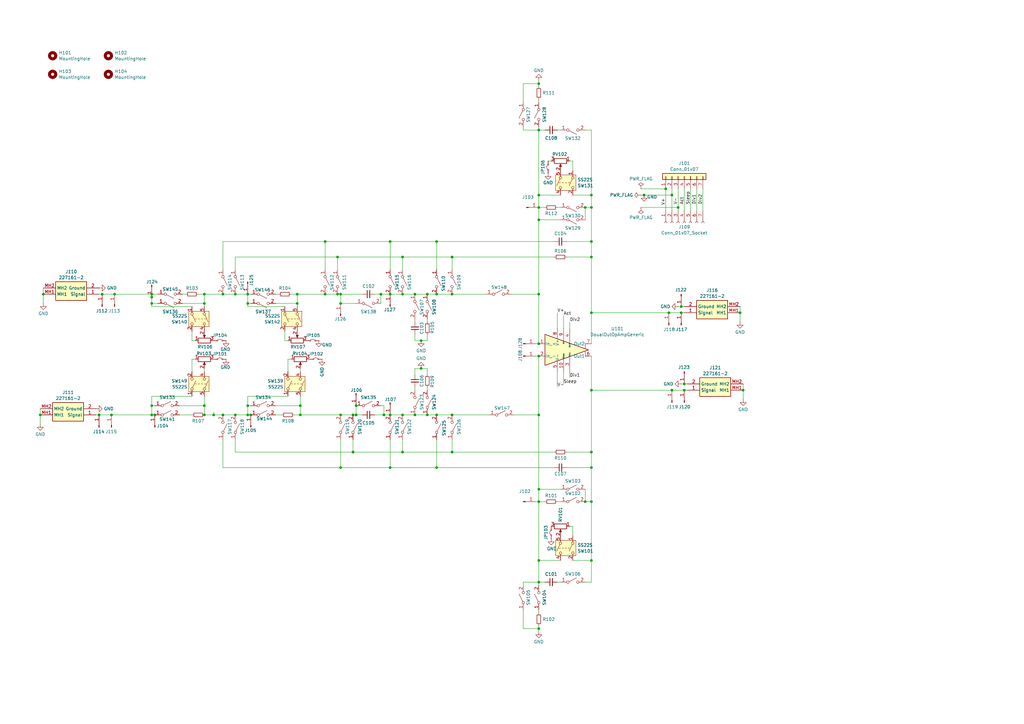
<source format=kicad_sch>
(kicad_sch (version 20231120) (generator "eeschema") (generator_version "8.0")
  (paper "A3")
  (junction (at 220.98 229.87))
  (junction (at 102.87 170.18))
  (junction (at 160.02 99.06))
  (junction (at 279.4 125.73))
  (junction (at 220.98 146.05))
  (junction (at 179.07 120.65))
  (junction (at 45.72 170.18))
  (junction (at 220.98 257.81))
  (junction (at 146.05 170.18))
  (junction (at 242.57 160.02))
  (junction (at 101.6 120.65))
  (junction (at 62.23 120.65))
  (junction (at 280.67 160.02))
  (junction (at 220.98 238.76))
  (junction (at 170.18 170.18))
  (junction (at 220.98 85.09))
  (junction (at 220.98 80.01))
  (junction (at 175.26 170.18))
  (junction (at 160.02 120.65))
  (junction (at 156.21 120.65))
  (junction (at 170.18 120.65))
  (junction (at 185.42 170.18))
  (junction (at 133.35 120.65))
  (junction (at 242.57 85.09))
  (junction (at 133.35 99.06))
  (junction (at 264.16 80.01))
  (junction (at 240.03 85.09))
  (junction (at 279.4 128.27))
  (junction (at 185.42 120.65))
  (junction (at 96.52 120.65))
  (junction (at 280.67 157.48))
  (junction (at 242.57 185.42))
  (junction (at 165.1 105.41))
  (junction (at 146.05 166.37))
  (junction (at 101.6 170.18))
  (junction (at 123.19 166.37))
  (junction (at 139.7 124.46))
  (junction (at 101.6 124.46))
  (junction (at 172.72 151.13))
  (junction (at 220.98 53.34))
  (junction (at 83.82 124.46))
  (junction (at 273.05 77.47))
  (junction (at 278.13 85.09))
  (junction (at 139.7 170.18))
  (junction (at 275.59 80.01))
  (junction (at 138.43 120.65))
  (junction (at 16.51 170.18))
  (junction (at 220.98 170.18))
  (junction (at 139.7 191.77))
  (junction (at 275.59 160.02))
  (junction (at 220.98 120.65))
  (junction (at 185.42 185.42))
  (junction (at 62.23 124.46))
  (junction (at 242.57 205.74))
  (junction (at 160.02 191.77))
  (junction (at 41.91 120.65))
  (junction (at 179.07 170.18))
  (junction (at 40.64 170.18))
  (junction (at 139.7 120.65))
  (junction (at 304.8 160.02))
  (junction (at 83.82 166.37))
  (junction (at 242.57 128.27))
  (junction (at 87.63 170.18))
  (junction (at 220.98 140.97))
  (junction (at 17.78 120.65))
  (junction (at 138.43 105.41))
  (junction (at 175.26 120.65))
  (junction (at 274.32 128.27))
  (junction (at 220.98 34.29))
  (junction (at 63.5 170.18))
  (junction (at 165.1 170.18))
  (junction (at 144.78 185.42))
  (junction (at 96.52 170.18))
  (junction (at 242.57 229.87))
  (junction (at 165.1 185.42))
  (junction (at 101.6 166.37))
  (junction (at 62.23 166.37))
  (junction (at 144.78 170.18))
  (junction (at 83.82 120.65))
  (junction (at 240.03 205.74))
  (junction (at 172.72 139.7))
  (junction (at 242.57 80.01))
  (junction (at 121.92 124.46))
  (junction (at 91.44 170.18))
  (junction (at 179.07 191.77))
  (junction (at 220.98 90.17))
  (junction (at 160.02 170.18))
  (junction (at 179.07 99.06))
  (junction (at 185.42 105.41))
  (junction (at 165.1 120.65))
  (junction (at 62.23 170.18))
  (junction (at 123.19 170.18))
  (junction (at 303.53 128.27))
  (junction (at 62.23 121.92))
  (junction (at 242.57 105.41))
  (junction (at 220.98 200.66))
  (junction (at 91.44 120.65))
  (junction (at 220.98 205.74))
  (junction (at 242.57 99.06))
  (junction (at 157.48 170.18))
  (junction (at 46.99 120.65))
  (junction (at 242.57 191.77))
  (junction (at 121.92 120.65))
  (junction (at 83.82 170.18))
  (wire (pts (xy 214.63 240.03) (xy 214.63 238.76)))
  (wire (pts (xy 165.1 105.41) (xy 185.42 105.41)))
  (wire (pts (xy 228.6 128.27) (xy 228.6 134.62)))
  (wire (pts (xy 146.05 166.37) (xy 146.05 170.18)))
  (wire (pts (xy 233.68 152.4) (xy 233.68 154.94)))
  (wire (pts (xy 91.44 120.65) (xy 96.52 120.65)))
  (wire (pts (xy 121.92 120.65) (xy 133.35 120.65)))
  (wire (pts (xy 242.57 85.09) (xy 242.57 99.06)))
  (wire (pts (xy 121.92 120.65) (xy 121.92 124.46)))
  (wire (pts (xy 232.41 99.06) (xy 242.57 99.06)))
  (wire (pts (xy 214.63 34.29) (xy 220.98 34.29)))
  (wire (pts (xy 78.74 162.56) (xy 62.23 162.56)))
  (wire (pts (xy 240.03 53.34) (xy 242.57 53.34)))
  (wire (pts (xy 113.03 124.46) (xy 121.92 124.46)))
  (wire (pts (xy 224.79 66.04) (xy 226.06 66.04)))
  (wire (pts (xy 220.98 205.74) (xy 220.98 229.87)))
  (wire (pts (xy 279.4 128.27) (xy 274.32 128.27)))
  (wire (pts (xy 220.98 53.34) (xy 220.98 80.01)))
  (wire (pts (xy 278.13 85.09) (xy 278.13 86.36)))
  (wire (pts (xy 280.67 128.27) (xy 279.4 128.27)))
  (wire (pts (xy 146.05 170.18) (xy 148.59 170.18)))
  (wire (pts (xy 73.66 166.37) (xy 83.82 166.37)))
  (wire (pts (xy 144.78 180.34) (xy 144.78 185.42)))
  (wire (pts (xy 228.6 205.74) (xy 229.87 205.74)))
  (wire (pts (xy 231.14 152.4) (xy 231.14 157.48)))
  (wire (pts (xy 220.98 200.66) (xy 220.98 205.74)))
  (wire (pts (xy 219.71 146.05) (xy 220.98 146.05)))
  (wire (pts (xy 74.93 120.65) (xy 76.2 120.65)))
  (wire (pts (xy 91.44 110.49) (xy 91.44 99.06)))
  (wire (pts (xy 273.05 77.47) (xy 273.05 86.36)))
  (wire (pts (xy 78.74 152.4) (xy 78.74 147.32)))
  (wire (pts (xy 165.1 170.18) (xy 170.18 170.18)))
  (wire (pts (xy 170.18 170.18) (xy 175.26 170.18)))
  (wire (pts (xy 156.21 166.37) (xy 157.48 166.37)))
  (wire (pts (xy 242.57 160.02) (xy 275.59 160.02)))
  (wire (pts (xy 101.6 162.56) (xy 101.6 166.37)))
  (wire (pts (xy 123.19 170.18) (xy 120.65 170.18)))
  (wire (pts (xy 234.95 80.01) (xy 242.57 80.01)))
  (wire (pts (xy 116.84 125.73) (xy 101.6 125.73)))
  (wire (pts (xy 234.95 66.04) (xy 233.68 66.04)))
  (wire (pts (xy 219.71 205.74) (xy 220.98 205.74)))
  (wire (pts (xy 283.21 77.47) (xy 283.21 86.36)))
  (wire (pts (xy 175.26 137.16) (xy 175.26 139.7)))
  (wire (pts (xy 175.26 153.67) (xy 175.26 151.13)))
  (wire (pts (xy 214.63 41.91) (xy 214.63 34.29)))
  (wire (pts (xy 160.02 120.65) (xy 165.1 120.65)))
  (wire (pts (xy 165.1 120.65) (xy 170.18 120.65)))
  (wire (pts (xy 303.53 128.27) (xy 303.53 132.08)))
  (wire (pts (xy 220.98 34.29) (xy 220.98 33.02)))
  (wire (pts (xy 96.52 185.42) (xy 144.78 185.42)))
  (wire (pts (xy 170.18 139.7) (xy 172.72 139.7)))
  (wire (pts (xy 78.74 147.32) (xy 80.01 147.32)))
  (wire (pts (xy 139.7 180.34) (xy 139.7 191.77)))
  (wire (pts (xy 179.07 191.77) (xy 227.33 191.77)))
  (wire (pts (xy 64.77 124.46) (xy 62.23 124.46)))
  (wire (pts (xy 179.07 99.06) (xy 227.33 99.06)))
  (wire (pts (xy 231.14 129.54) (xy 231.14 134.62)))
  (wire (pts (xy 83.82 120.65) (xy 91.44 120.65)))
  (wire (pts (xy 156.21 120.65) (xy 156.21 124.46)))
  (wire (pts (xy 220.98 53.34) (xy 220.98 52.07)))
  (wire (pts (xy 185.42 105.41) (xy 227.33 105.41)))
  (wire (pts (xy 87.63 168.91) (xy 87.63 170.18)))
  (wire (pts (xy 220.98 200.66) (xy 220.98 170.18)))
  (wire (pts (xy 80.01 139.7) (xy 78.74 139.7)))
  (wire (pts (xy 175.26 151.13) (xy 172.72 151.13)))
  (wire (pts (xy 220.98 90.17) (xy 229.87 90.17)))
  (wire (pts (xy 220.98 229.87) (xy 229.87 229.87)))
  (wire (pts (xy 83.82 162.56) (xy 83.82 166.37)))
  (wire (pts (xy 275.59 77.47) (xy 275.59 80.01)))
  (wire (pts (xy 83.82 170.18) (xy 87.63 170.18)))
  (wire (pts (xy 242.57 85.09) (xy 240.03 85.09)))
  (wire (pts (xy 220.98 85.09) (xy 223.52 85.09)))
  (wire (pts (xy 242.57 105.41) (xy 232.41 105.41)))
  (wire (pts (xy 242.57 53.34) (xy 242.57 80.01)))
  (wire (pts (xy 242.57 128.27) (xy 242.57 105.41)))
  (wire (pts (xy 138.43 110.49) (xy 138.43 105.41)))
  (wire (pts (xy 63.5 166.37) (xy 62.23 166.37)))
  (wire (pts (xy 278.13 77.47) (xy 278.13 85.09)))
  (wire (pts (xy 278.13 125.73) (xy 279.4 125.73)))
  (wire (pts (xy 101.6 124.46) (xy 101.6 120.65)))
  (wire (pts (xy 62.23 120.65) (xy 64.77 120.65)))
  (wire (pts (xy 101.6 120.65) (xy 102.87 120.65)))
  (wire (pts (xy 240.03 90.17) (xy 240.03 85.09)))
  (wire (pts (xy 220.98 90.17) (xy 220.98 85.09)))
  (wire (pts (xy 228.6 53.34) (xy 229.87 53.34)))
  (wire (pts (xy 102.87 166.37) (xy 101.6 166.37)))
  (wire (pts (xy 242.57 99.06) (xy 242.57 105.41)))
  (wire (pts (xy 220.98 229.87) (xy 220.98 238.76)))
  (wire (pts (xy 118.11 162.56) (xy 101.6 162.56)))
  (wire (pts (xy 62.23 124.46) (xy 62.23 121.92)))
  (wire (pts (xy 74.93 124.46) (xy 83.82 124.46)))
  (wire (pts (xy 175.26 120.65) (xy 179.07 120.65)))
  (wire (pts (xy 123.19 151.13) (xy 123.19 152.4)))
  (wire (pts (xy 279.4 125.73) (xy 280.67 125.73)))
  (wire (pts (xy 133.35 99.06) (xy 160.02 99.06)))
  (wire (pts (xy 228.6 238.76) (xy 229.87 238.76)))
  (wire (pts (xy 220.98 256.54) (xy 220.98 257.81)))
  (wire (pts (xy 101.6 125.73) (xy 101.6 124.46)))
  (wire (pts (xy 113.03 166.37) (xy 123.19 166.37)))
  (wire (pts (xy 220.98 257.81) (xy 220.98 259.08)))
  (wire (pts (xy 220.98 41.91) (xy 220.98 40.64)))
  (wire (pts (xy 153.67 120.65) (xy 156.21 120.65)))
  (wire (pts (xy 46.99 120.65) (xy 62.23 120.65)))
  (wire (pts (xy 165.1 185.42) (xy 165.1 180.34)))
  (wire (pts (xy 62.23 162.56) (xy 62.23 166.37)))
  (wire (pts (xy 262.89 77.47) (xy 273.05 77.47)))
  (wire (pts (xy 102.87 124.46) (xy 101.6 124.46)))
  (wire (pts (xy 234.95 229.87) (xy 242.57 229.87)))
  (wire (pts (xy 62.23 121.92) (xy 62.23 120.65)))
  (wire (pts (xy 41.91 120.65) (xy 46.99 120.65)))
  (wire (pts (xy 185.42 185.42) (xy 227.33 185.42)))
  (wire (pts (xy 220.98 205.74) (xy 223.52 205.74)))
  (wire (pts (xy 153.67 170.18) (xy 157.48 170.18)))
  (wire (pts (xy 170.18 130.81) (xy 170.18 132.08)))
  (wire (pts (xy 242.57 128.27) (xy 274.32 128.27)))
  (wire (pts (xy 170.18 153.67) (xy 170.18 151.13)))
  (wire (pts (xy 91.44 170.18) (xy 96.52 170.18)))
  (wire (pts (xy 157.48 170.18) (xy 157.48 166.37)))
  (wire (pts (xy 304.8 160.02) (xy 304.8 163.83)))
  (wire (pts (xy 232.41 191.77) (xy 242.57 191.77)))
  (wire (pts (xy 242.57 160.02) (xy 242.57 185.42)))
  (wire (pts (xy 123.19 170.18) (xy 139.7 170.18)))
  (wire (pts (xy 170.18 151.13) (xy 172.72 151.13)))
  (wire (pts (xy 242.57 191.77) (xy 242.57 185.42)))
  (wire (pts (xy 170.18 137.16) (xy 170.18 139.7)))
  (wire (pts (xy 275.59 80.01) (xy 275.59 86.36)))
  (wire (pts (xy 45.72 170.18) (xy 62.23 170.18)))
  (wire (pts (xy 220.98 53.34) (xy 223.52 53.34)))
  (wire (pts (xy 170.18 120.65) (xy 175.26 120.65)))
  (wire (pts (xy 83.82 120.65) (xy 83.82 124.46)))
  (wire (pts (xy 139.7 170.18) (xy 144.78 170.18)))
  (wire (pts (xy 91.44 191.77) (xy 139.7 191.77)))
  (wire (pts (xy 144.78 170.18) (xy 146.05 170.18)))
  (wire (pts (xy 96.52 110.49) (xy 96.52 105.41)))
  (wire (pts (xy 175.26 139.7) (xy 172.72 139.7)))
  (wire (pts (xy 160.02 170.18) (xy 157.48 170.18)))
  (wire (pts (xy 139.7 124.46) (xy 146.05 124.46)))
  (wire (pts (xy 73.66 170.18) (xy 78.74 170.18)))
  (wire (pts (xy 242.57 140.97) (xy 242.57 128.27)))
  (wire (pts (xy 175.26 130.81) (xy 175.26 132.08)))
  (wire (pts (xy 17.78 118.11) (xy 17.78 120.65)))
  (wire (pts (xy 16.51 170.18) (xy 16.51 173.99)))
  (wire (pts (xy 280.67 157.48) (xy 281.94 157.48)))
  (wire (pts (xy 242.57 229.87) (xy 242.57 205.74)))
  (wire (pts (xy 288.29 77.47) (xy 288.29 86.36)))
  (wire (pts (xy 240.03 238.76) (xy 242.57 238.76)))
  (wire (pts (xy 17.78 120.65) (xy 17.78 124.46)))
  (wire (pts (xy 262.89 80.01) (xy 264.16 80.01)))
  (wire (pts (xy 281.94 160.02) (xy 280.67 160.02)))
  (wire (pts (xy 62.23 166.37) (xy 62.23 170.18)))
  (wire (pts (xy 264.16 80.01) (xy 275.59 80.01)))
  (wire (pts (xy 62.23 125.73) (xy 62.23 124.46)))
  (wire (pts (xy 40.64 120.65) (xy 41.91 120.65)))
  (wire (pts (xy 179.07 120.65) (xy 185.42 120.65)))
  (wire (pts (xy 175.26 170.18) (xy 179.07 170.18)))
  (wire (pts (xy 185.42 105.41) (xy 185.42 110.49)))
  (wire (pts (xy 220.98 200.66) (xy 229.87 200.66)))
  (wire (pts (xy 81.28 120.65) (xy 83.82 120.65)))
  (wire (pts (xy 209.55 120.65) (xy 220.98 120.65)))
  (wire (pts (xy 96.52 170.18) (xy 101.6 170.18)))
  (wire (pts (xy 228.6 85.09) (xy 229.87 85.09)))
  (wire (pts (xy 220.98 238.76) (xy 220.98 240.03)))
  (wire (pts (xy 96.52 105.41) (xy 138.43 105.41)))
  (wire (pts (xy 220.98 80.01) (xy 220.98 85.09)))
  (wire (pts (xy 160.02 170.18) (xy 165.1 170.18)))
  (wire (pts (xy 62.23 170.18) (xy 63.5 170.18)))
  (wire (pts (xy 234.95 215.9) (xy 233.68 215.9)))
  (wire (pts (xy 242.57 238.76) (xy 242.57 229.87)))
  (wire (pts (xy 78.74 125.73) (xy 62.23 125.73)))
  (wire (pts (xy 96.52 180.34) (xy 96.52 185.42)))
  (wire (pts (xy 160.02 99.06) (xy 160.02 110.49)))
  (wire (pts (xy 185.42 120.65) (xy 199.39 120.65)))
  (wire (pts (xy 234.95 69.85) (xy 234.95 66.04)))
  (wire (pts (xy 118.11 147.32) (xy 119.38 147.32)))
  (wire (pts (xy 242.57 146.05) (xy 242.57 160.02)))
  (wire (pts (xy 185.42 170.18) (xy 200.66 170.18)))
  (wire (pts (xy 101.6 166.37) (xy 101.6 170.18)))
  (wire (pts (xy 39.37 170.18) (xy 40.64 170.18)))
  (wire (pts (xy 242.57 205.74) (xy 240.03 205.74)))
  (wire (pts (xy 220.98 250.19) (xy 220.98 251.46)))
  (wire (pts (xy 123.19 162.56) (xy 123.19 166.37)))
  (wire (pts (xy 83.82 151.13) (xy 83.82 152.4)))
  (wire (pts (xy 113.03 120.65) (xy 114.3 120.65)))
  (wire (pts (xy 234.95 219.71) (xy 234.95 215.9)))
  (wire (pts (xy 96.52 120.65) (xy 101.6 120.65)))
  (wire (pts (xy 262.89 85.09) (xy 278.13 85.09)))
  (wire (pts (xy 123.19 166.37) (xy 123.19 170.18)))
  (wire (pts (xy 144.78 185.42) (xy 165.1 185.42)))
  (wire (pts (xy 179.07 191.77) (xy 179.07 180.34)))
  (wire (pts (xy 219.71 140.97) (xy 220.98 140.97)))
  (wire (pts (xy 139.7 191.77) (xy 160.02 191.77)))
  (wire (pts (xy 242.57 191.77) (xy 242.57 205.74)))
  (wire (pts (xy 118.11 139.7) (xy 116.84 139.7)))
  (wire (pts (xy 280.67 77.47) (xy 280.67 86.36)))
  (wire (pts (xy 285.75 77.47) (xy 285.75 86.36)))
  (wire (pts (xy 133.35 110.49) (xy 133.35 99.06)))
  (wire (pts (xy 165.1 185.42) (xy 185.42 185.42)))
  (wire (pts (xy 83.82 166.37) (xy 83.82 170.18)))
  (wire (pts (xy 214.63 53.34) (xy 220.98 53.34)))
  (wire (pts (xy 214.63 52.07) (xy 214.63 53.34)))
  (wire (pts (xy 138.43 120.65) (xy 139.7 120.65)))
  (wire (pts (xy 240.03 200.66) (xy 240.03 205.74)))
  (wire (pts (xy 113.03 170.18) (xy 115.57 170.18)))
  (wire (pts (xy 220.98 238.76) (xy 223.52 238.76)))
  (wire (pts (xy 121.92 124.46) (xy 121.92 125.73)))
  (wire (pts (xy 228.6 152.4) (xy 228.6 158.75)))
  (wire (pts (xy 214.63 238.76) (xy 220.98 238.76)))
  (wire (pts (xy 118.11 152.4) (xy 118.11 147.32)))
  (wire (pts (xy 179.07 99.06) (xy 179.07 110.49)))
  (wire (pts (xy 83.82 124.46) (xy 83.82 125.73)))
  (wire (pts (xy 78.74 135.89) (xy 78.74 139.7)))
  (wire (pts (xy 175.26 160.02) (xy 175.26 158.75)))
  (wire (pts (xy 116.84 135.89) (xy 116.84 139.7)))
  (wire (pts (xy 40.64 170.18) (xy 45.72 170.18)))
  (wire (pts (xy 119.38 120.65) (xy 121.92 120.65)))
  (wire (pts (xy 214.63 250.19) (xy 214.63 257.81)))
  (wire (pts (xy 160.02 191.77) (xy 179.07 191.77)))
  (wire (pts (xy 279.4 157.48) (xy 280.67 157.48)))
  (wire (pts (xy 138.43 105.41) (xy 165.1 105.41)))
  (wire (pts (xy 220.98 35.56) (xy 220.98 34.29)))
  (wire (pts (xy 91.44 99.06) (xy 133.35 99.06)))
  (wire (pts (xy 16.51 167.64) (xy 16.51 170.18)))
  (wire (pts (xy 220.98 120.65) (xy 220.98 140.97)))
  (wire (pts (xy 91.44 180.34) (xy 91.44 191.77)))
  (wire (pts (xy 160.02 191.77) (xy 160.02 180.34)))
  (wire (pts (xy 160.02 99.06) (xy 179.07 99.06)))
  (wire (pts (xy 242.57 80.01) (xy 242.57 85.09)))
  (wire (pts (xy 179.07 170.18) (xy 185.42 170.18)))
  (wire (pts (xy 165.1 105.41) (xy 165.1 110.49)))
  (wire (pts (xy 233.68 132.08) (xy 233.68 134.62)))
  (wire (pts (xy 304.8 157.48) (xy 304.8 160.02)))
  (wire (pts (xy 220.98 146.05) (xy 220.98 170.18)))
  (wire (pts (xy 220.98 80.01) (xy 229.87 80.01)))
  (wire (pts (xy 214.63 257.81) (xy 220.98 257.81)))
  (wire (pts (xy 210.82 170.18) (xy 220.98 170.18)))
  (wire (pts (xy 185.42 185.42) (xy 185.42 180.34)))
  (wire (pts (xy 303.53 125.73) (xy 303.53 128.27)))
  (wire (pts (xy 139.7 120.65) (xy 139.7 124.46)))
  (wire (pts (xy 87.63 170.18) (xy 91.44 170.18)))
  (wire (pts (xy 242.57 185.42) (xy 232.41 185.42)))
  (wire (pts (xy 101.6 170.18) (xy 102.87 170.18)))
  (wire (pts (xy 156.21 120.65) (xy 160.02 120.65)))
  (wire (pts (xy 220.98 90.17) (xy 220.98 120.65)))
  (wire (pts (xy 133.35 120.65) (xy 138.43 120.65)))
  (wire (pts (xy 280.67 160.02) (xy 275.59 160.02)))
  (wire (pts (xy 139.7 120.65) (xy 148.59 120.65)))
  (wire (pts (xy 170.18 160.02) (xy 170.18 158.75)))
  (label "Act" (at 280.67 83.82 90))
  (label "V-" (at 278.13 83.82 90))
  (label "Div2" (at 288.29 83.82 90))
  (label "Div2" (at 233.68 132.08 0))
  (label "V+" (at 273.05 81.28 270))
  (label "V-" (at 228.6 158.75 0))
  (label "Div1" (at 233.68 154.94 0))
  (label "Div1" (at 285.75 83.82 90))
  (label "V+" (at 228.6 128.27 0))
  (label "Sleep" (at 283.21 83.82 90))
  (label "Act" (at 231.14 129.54 0))
  (label "Sleep" (at 231.14 157.48 0))
  (symbol (lib_id "Connector:Conn_01x01_Pin") (at 214.63 146.05 0) (unit 1)
    (property "Reference" "J108" (at 213.36 148.336 90) (effects (justify left)))
    (property "Value" "Conn_01x01_Pin" (effects (hide yes)))
    (property "Footprint" "Connector_PinHeader_2.54mm:PinHeader_1x01_P2.54mm_Vertical" (effects (hide yes)))
    (property "Description" "Generic connector, single row, 01x01, script generated" (effects (hide yes)))
  )
  (symbol (lib_id "Mechanical:MountingHole") (at 44.45 30.48 0) (unit 1) (exclude_from_sim yes) (in_bom no)
    (property "Reference" "H104" (at 46.99 29.2678 0) (effects (justify left)))
    (property "Value" "MountingHole" (at 46.99 31.6921 0) (effects (justify left)))
    (property "Footprint" "OpampDeVBoard_Foot_Lib:Spacer" (effects (hide yes)))
    (property "Description" "Mounting Hole without connection" (effects (hide yes)))
  )
  (symbol (lib_id "Connector:Conn_01x01_Pin") (at 160.02 125.73 90) (unit 1)
    (property "Reference" "J127" (at 162.306 127 90) (effects (justify left)))
    (property "Value" "Conn_01x01_Pin" (effects (hide yes)))
    (property "Footprint" "Connector_PinHeader_2.54mm:PinHeader_1x01_P2.54mm_Vertical" (effects (hide yes)))
    (property "Description" "Generic connector, single row, 01x01, script generated" (effects (hide yes)))
  )
  (symbol (lib_id "Device:R_Small") (at 229.87 105.41 90) (unit 1)
    (property "Reference" "R106" (at 229.87 102.9533 90))
    (property "Value" "R_Small" (effects (hide yes)))
    (property "Footprint" "Resistor_SMD:R_0805_2012Metric_Pad1.20x1.40mm_HandSolder" (effects (hide yes)))
    (property "Description" "Resistor, small symbol" (effects (hide yes)))
  )
  (symbol (lib_id "power:GND") (at 278.13 125.73 270) (mirror x) (unit 1)
    (property "Reference" "#PWR0113" (effects (hide yes)))
    (property "Value" "GND" (at 274.9551 125.73 90) (effects (justify right)))
    (property "Description" "Power symbol creates a global label with name \"GND\" , ground" (effects (hide yes)))
  )
  (symbol (lib_id "Switch:SW_SPST") (at 220.98 245.11 90) (unit 1)
    (property "Reference" "SW104" (at 223.266 241.808 0) (effects (justify right)))
    (property "Value" "SW_SPST" (effects (hide yes)))
    (property "Footprint" "OpAmpDevBoard_Mouser:SS12SDP2" (effects (hide yes)))
    (property "Description" "Single Pole Single Throw (SPST) switch" (effects (hide yes)))
  )
  (symbol (lib_id "Device:R_Small") (at 81.28 170.18 90) (mirror x) (unit 1)
    (property "Reference" "R107" (at 81.28 172.6367 90))
    (property "Value" "R_Small" (effects (hide yes)))
    (property "Footprint" "Resistor_SMD:R_0805_2012Metric_Pad1.20x1.40mm_HandSolder" (effects (hide yes)))
    (property "Description" "Resistor, small symbol" (effects (hide yes)))
  )
  (symbol (lib_id "Switch:SW_SPST") (at 234.95 90.17 0) (mirror x) (unit 1)
    (property "Reference" "SW129" (at 234.95 93.5411 0))
    (property "Value" "SW_SPST" (effects (hide yes)))
    (property "Footprint" "OpAmpDevBoard_Mouser:SS12SDP2" (effects (hide yes)))
    (property "Description" "Single Pole Single Throw (SPST) switch" (effects (hide yes)))
  )
  (symbol (lib_id "Device:C_Small") (at 226.06 238.76 90) (unit 1)
    (property "Reference" "C101" (at 226.0663 235.4778 90))
    (property "Value" "C_Small" (effects (hide yes)))
    (property "Footprint" "Capacitor_SMD:C_0805_2012Metric_Pad1.18x1.45mm_HandSolder" (effects (hide yes)))
    (property "Description" "Unpolarized capacitor, small symbol" (effects (hide yes)))
  )
  (symbol (lib_id "power:GND") (at 303.53 132.08 0) (mirror y) (unit 1)
    (property "Reference" "#PWR0112" (effects (hide yes)))
    (property "Value" "GND" (at 303.53 136.2131 0))
    (property "Description" "Power symbol creates a global label with name \"GND\" , ground" (effects (hide yes)))
  )
  (symbol (lib_id "power:PWR_FLAG") (at 262.89 85.09 180) (unit 1)
    (property "Reference" "#FLG0102" (effects (hide yes)))
    (property "Value" "PWR_FLAG" (at 262.89 89.2231 0))
    (property "Description" "Special symbol for telling ERC where power comes from" (effects (hide yes)))
  )
  (symbol (lib_id "Connector:Conn_01x01_Pin") (at 160.02 165.1 270) (unit 1)
    (property "Reference" "J107" (at 157.734 163.83 90) (effects (justify left)))
    (property "Value" "Conn_01x01_Pin" (effects (hide yes)))
    (property "Footprint" "Connector_PinHeader_2.54mm:PinHeader_1x01_P2.54mm_Vertical" (effects (hide yes)))
    (property "Description" "Generic connector, single row, 01x01, script generated" (effects (hide yes)))
  )
  (symbol (lib_id "Switch:SW_SPST") (at 160.02 115.57 270) (unit 1)
    (property "Reference" "SW115" (at 162.814 112.522 0) (effects (justify left)))
    (property "Value" "SW_SPST" (effects (hide yes)))
    (property "Footprint" "OpAmpDevBoard_Mouser:SS12SDP2" (effects (hide yes)))
    (property "Description" "Single Pole Single Throw (SPST) switch" (effects (hide yes)))
  )
  (symbol (lib_id "OpAmpBoard_Mouser:227161-2") (at 281.94 160.02 0) (mirror x) (unit 1)
    (property "Reference" "J121" (at 293.37 150.7955 0))
    (property "Value" "227161-2" (at 293.37 153.2198 0))
    (property "Footprint" "OpAmpDevBoard_Mouser:2271612" (effects (hide yes)))
    (property "Datasheet" "https://www.te.com/commerce/DocumentDelivery/DDEController?Action=srchrtrv&DocNm=227161&DocType=Customer+Drawing&DocLang=English&DocFormat=pdf&PartCntxt=227161-2" (effects (hide yes)))
    (property "Description" "Body Features: Body Plating Material Nickel | Body Material VALOX | Configuration Features: PCB Mount Orientation Right Angle | Number of Positions 1 | Number of Coaxial Contacts 1 | Contact Features: RF Connector Center Contact Plating Material Tin | RF Connector Center Contact Plating Thickness 5080 MICIN | RF Connector Center Contact Underplating Material Nickel | RF Connector Center Contact Material Phosphor Bronze | Dimensions: Profile Height from PCB 15.88 MM | RF Connector Mated Outer Diameter (Appro" (effects (hide yes)))
    (property "Height" "16.13" (effects (hide yes)))
    (property "Mouser Part Number" "571-2271612" (effects (hide yes)))
    (property "Mouser Price/Stock" "https://www.mouser.co.uk/ProductDetail/TE-Connectivity/227161-2?qs=ZKw1f99oBB3%2FQWqJNI6Qsw%3D%3D" (effects (hide yes)))
    (property "Manufacturer_Name" "TE Connectivity" (effects (hide yes)))
    (property "Manufacturer_Part_Number" "227161-2" (effects (hide yes)))
  )
  (symbol (lib_id "Switch:SW_SPST") (at 133.35 115.57 270) (unit 1)
    (property "Reference" "SW112" (at 136.144 112.522 0) (effects (justify left)))
    (property "Value" "SW_SPST" (effects (hide yes)))
    (property "Footprint" "OpAmpDevBoard_Mouser:SS12SDP2" (effects (hide yes)))
    (property "Description" "Single Pole Single Throw (SPST) switch" (effects (hide yes)))
  )
  (symbol (lib_id "Device:R_Potentiometer") (at 83.82 147.32 90) (mirror x) (unit 1)
    (property "Reference" "RV103" (at 80.518 145.034 90) (effects (justify right)))
    (property "Value" "R_Potentiometer" (effects (hide yes)))
    (property "Footprint" "OpampDeVBoard_Foot_Lib:PTV09A-1_Vertical" (effects (hide yes)))
    (property "Description" "Potentiometer" (effects (hide yes)))
  )
  (symbol (lib_id "Device:R_Small") (at 175.26 156.21 0) (mirror y) (unit 1)
    (property "Reference" "R109" (at 177.292 153.924 90) (effects (justify right)))
    (property "Value" "R_Small" (effects (hide yes)))
    (property "Footprint" "Resistor_SMD:R_0805_2012Metric_Pad1.20x1.40mm_HandSolder" (effects (hide yes)))
    (property "Description" "Resistor, small symbol" (effects (hide yes)))
  )
  (symbol (lib_id "Switch:SW_SPST") (at 220.98 46.99 90) (mirror x) (unit 1)
    (property "Reference" "SW128" (at 223.266 50.292 0) (effects (justify right)))
    (property "Value" "SW_SPST" (effects (hide yes)))
    (property "Footprint" "OpAmpDevBoard_Mouser:SS12SDP2" (effects (hide yes)))
    (property "Description" "Single Pole Single Throw (SPST) switch" (effects (hide yes)))
  )
  (symbol (lib_id "Switch:SW_SPST") (at 107.95 170.18 0) (unit 1)
    (property "Reference" "SW144" (at 108.458 171.704 0))
    (property "Value" "SW_SPST" (effects (hide yes)))
    (property "Footprint" "OpAmpDevBoard_Mouser:SS12SDP2" (effects (hide yes)))
    (property "Description" "Single Pole Single Throw (SPST) switch" (effects (hide yes)))
  )
  (symbol (lib_id "power:GND") (at 220.98 33.02 0) (mirror x) (unit 1)
    (property "Reference" "#PWR0105" (effects (hide yes)))
    (property "Value" "GND" (at 220.98 28.8869 0))
    (property "Description" "Power symbol creates a global label with name \"GND\" , ground" (effects (hide yes)))
  )
  (symbol (lib_id "Switch:SW_SPST") (at 96.52 115.57 270) (unit 1)
    (property "Reference" "SW113" (at 99.314 112.522 0) (effects (justify left)))
    (property "Value" "SW_SPST" (effects (hide yes)))
    (property "Footprint" "OpAmpDevBoard_Mouser:SS12SDP2" (effects (hide yes)))
    (property "Description" "Single Pole Single Throw (SPST) switch" (effects (hide yes)))
  )
  (symbol (lib_id "Switch:SW_SPST") (at 205.74 170.18 0) (unit 1)
    (property "Reference" "SW147" (at 202.692 167.386 0) (effects (justify left)))
    (property "Value" "SW_SPST" (effects (hide yes)))
    (property "Footprint" "OpAmpDevBoard_Mouser:SS12SDP2" (effects (hide yes)))
    (property "Description" "Single Pole Single Throw (SPST) switch" (effects (hide yes)))
  )
  (symbol (lib_id "power:GND") (at 40.64 118.11 90) (unit 1)
    (property "Reference" "#PWR0109" (effects (hide yes)))
    (property "Value" "GND" (at 43.815 118.11 90) (effects (justify right)))
    (property "Description" "Power symbol creates a global label with name \"GND\" , ground" (effects (hide yes)))
  )
  (symbol (lib_id "Switch:SW_SPST") (at 234.95 85.09 0) (mirror x) (unit 1)
    (property "Reference" "SW130" (at 234.95 88.4611 0))
    (property "Value" "SW_SPST" (effects (hide yes)))
    (property "Footprint" "OpAmpDevBoard_Mouser:SS12SDP2" (effects (hide yes)))
    (property "Description" "Single Pole Single Throw (SPST) switch" (effects (hide yes)))
  )
  (symbol (lib_id "Device:R_Small") (at 226.06 205.74 90) (unit 1)
    (property "Reference" "R101" (at 226.06 203.2833 90))
    (property "Value" "R_Small" (effects (hide yes)))
    (property "Footprint" "Resistor_SMD:R_0805_2012Metric_Pad1.20x1.40mm_HandSolder" (effects (hide yes)))
    (property "Description" "Resistor, small symbol" (effects (hide yes)))
  )
  (symbol (lib_id "Switch:SW_SPST") (at 151.13 166.37 0) (unit 1)
    (property "Reference" "SW135" (at 151.13 162.9989 0))
    (property "Value" "SW_SPST" (effects (hide yes)))
    (property "Footprint" "OpAmpDevBoard_Mouser:SS12SDP2" (effects (hide yes)))
    (property "Description" "Single Pole Single Throw (SPST) switch" (effects (hide yes)))
  )
  (symbol (lib_id "Device:R_Potentiometer") (at 229.87 215.9 270) (unit 1)
    (property "Reference" "RV101" (at 229.87 214.122 0) (effects (justify right)))
    (property "Value" "R_Potentiometer" (effects (hide yes)))
    (property "Footprint" "OpampDeVBoard_Foot_Lib:PTV09A-1_Vertical" (effects (hide yes)))
    (property "Description" "Potentiometer" (effects (hide yes)))
  )
  (symbol (lib_id "Device:C_Small") (at 151.13 120.65 90) (unit 1)
    (property "Reference" "C102" (at 151.1363 117.3678 90))
    (property "Value" "C_Small" (effects (hide yes)))
    (property "Footprint" "Capacitor_SMD:C_0805_2012Metric_Pad1.18x1.45mm_HandSolder" (effects (hide yes)))
    (property "Description" "Unpolarized capacitor, small symbol" (effects (hide yes)))
  )
  (symbol (lib_id "Connector:Conn_01x01_Pin") (at 280.67 165.1 270) (mirror x) (unit 1)
    (property "Reference" "J120" (at 283.21 166.878 90) (effects (justify right)))
    (property "Value" "Conn_01x01_Pin" (effects (hide yes)))
    (property "Footprint" "Connector_PinHeader_2.54mm:PinHeader_1x01_P2.54mm_Vertical" (effects (hide yes)))
    (property "Description" "Generic connector, single row, 01x01, script generated" (effects (hide yes)))
  )
  (symbol (lib_id "Switch:SW_SPST") (at 68.58 170.18 0) (unit 1)
    (property "Reference" "SW141" (at 68.58 171.958 0))
    (property "Value" "SW_SPST" (effects (hide yes)))
    (property "Footprint" "OpAmpDevBoard_Mouser:SS12SDP2" (effects (hide yes)))
    (property "Description" "Single Pole Single Throw (SPST) switch" (effects (hide yes)))
  )
  (symbol (lib_id "Device:R_Small") (at 226.06 85.09 90) (mirror x) (unit 1)
    (property "Reference" "R112" (at 226.06 87.5467 90))
    (property "Value" "R_Small" (effects (hide yes)))
    (property "Footprint" "Resistor_SMD:R_0805_2012Metric_Pad1.20x1.40mm_HandSolder" (effects (hide yes)))
    (property "Description" "Resistor, small symbol" (effects (hide yes)))
  )
  (symbol (lib_id "DiverseOpAmps:SS22S") (at 119.38 130.81 270) (unit 1)
    (property "Reference" "SW142" (at 114.935 132.0222 90) (effects (justify right)))
    (property "Value" "SS22S" (at 114.935 129.5979 90) (effects (justify right)))
    (property "Footprint" "OpAmpDevBoard_Mouser:SS22SDP2" (effects (hide yes)))
    (property "Description" "Double Pole Single Throw (DPST) Switch" (effects (hide yes)))
  )
  (symbol (lib_id "Switch:SW_SPST") (at 69.85 124.46 0) (mirror x) (unit 1)
    (property "Reference" "SW136" (at 69.85 127.8311 0))
    (property "Value" "SW_SPST" (effects (hide yes)))
    (property "Footprint" "OpAmpDevBoard_Mouser:SS12SDP2" (effects (hide yes)))
    (property "Description" "Single Pole Single Throw (SPST) switch" (effects (hide yes)))
  )
  (symbol (lib_id "power:PWR_FLAG") (at 262.89 80.01 90) (unit 1)
    (property "Reference" "#FLG0103" (effects (hide yes)))
    (property "Value" "PWR_FLAG" (at 259.7151 80.01 90) (effects (justify left)))
    (property "Description" "Special symbol for telling ERC where power comes from" (effects (hide yes)))
  )
  (symbol (lib_id "Device:C_Small") (at 151.13 170.18 90) (mirror x) (unit 1)
    (property "Reference" "C105" (at 151.1363 173.4622 90))
    (property "Value" "C_Small" (effects (hide yes)))
    (property "Footprint" "Capacitor_SMD:C_0805_2012Metric_Pad1.18x1.45mm_HandSolder" (effects (hide yes)))
    (property "Description" "Unpolarized capacitor, small symbol" (effects (hide yes)))
  )
  (symbol (lib_id "Connector:Conn_01x01_Pin") (at 40.64 175.26 90) (unit 1)
    (property "Reference" "J114" (at 38.1 177.038 90) (effects (justify right)))
    (property "Value" "Conn_01x01_Pin" (effects (hide yes)))
    (property "Footprint" "Connector_PinHeader_2.54mm:PinHeader_1x01_P2.54mm_Vertical" (effects (hide yes)))
    (property "Description" "Generic connector, single row, 01x01, script generated" (effects (hide yes)))
  )
  (symbol (lib_id "Switch:SW_SPST") (at 234.95 238.76 0) (unit 1)
    (property "Reference" "SW106" (at 234.95 235.3889 0))
    (property "Value" "SW_SPST" (effects (hide yes)))
    (property "Footprint" "OpAmpDevBoard_Mouser:SS12SDP2" (effects (hide yes)))
    (property "Description" "Single Pole Single Throw (SPST) switch" (effects (hide yes)))
  )
  (symbol (lib_id "Jumper:Jumper_2_Small_Bridged") (at 224.79 68.58 90) (unit 1) (exclude_from_sim yes)
    (property "Reference" "JP106" (at 222.6273 68.58 0))
    (property "Value" "Jumper_2_Small_Bridged" (effects (hide yes)))
    (property "Footprint" "Connector_PinHeader_2.54mm:PinHeader_1x02_P2.54mm_Vertical" (effects (hide yes)))
    (property "Description" "Jumper, 2-pole, small symbol, bridged" (effects (hide yes)))
  )
  (symbol (lib_id "power:GND") (at 16.51 173.99 0) (unit 1)
    (property "Reference" "#PWR0110" (effects (hide yes)))
    (property "Value" "GND" (at 16.51 178.1231 0))
    (property "Description" "Power symbol creates a global label with name \"GND\" , ground" (effects (hide yes)))
  )
  (symbol (lib_id "Device:R_Small") (at 118.11 170.18 90) (mirror x) (unit 1)
    (property "Reference" "R108" (at 118.11 172.6367 90))
    (property "Value" "R_Small" (effects (hide yes)))
    (property "Footprint" "Resistor_SMD:R_0805_2012Metric_Pad1.20x1.40mm_HandSolder" (effects (hide yes)))
    (property "Description" "Resistor, small symbol" (effects (hide yes)))
  )
  (symbol (lib_id "Device:R_Small") (at 220.98 254 0) (unit 1)
    (property "Reference" "R102" (at 222.4786 254 0) (effects (justify left)))
    (property "Value" "R_Small" (effects (hide yes)))
    (property "Footprint" "Resistor_SMD:R_0805_2012Metric_Pad1.20x1.40mm_HandSolder" (effects (hide yes)))
    (property "Description" "Resistor, small symbol" (effects (hide yes)))
  )
  (symbol (lib_id "Switch:SW_SPST") (at 107.95 120.65 0) (mirror x) (unit 1)
    (property "Reference" "SW146" (at 107.696 118.872 0))
    (property "Value" "SW_SPST" (effects (hide yes)))
    (property "Footprint" "OpAmpDevBoard_Mouser:SS12SDP2" (effects (hide yes)))
    (property "Description" "Single Pole Single Throw (SPST) switch" (effects (hide yes)))
  )
  (symbol (lib_id "Switch:SW_SPST") (at 179.07 115.57 270) (unit 1)
    (property "Reference" "SW110" (at 181.864 113.03 0) (effects (justify left)))
    (property "Value" "SW_SPST" (effects (hide yes)))
    (property "Footprint" "OpAmpDevBoard_Mouser:SS12SDP2" (effects (hide yes)))
    (property "Description" "Single Pole Single Throw (SPST) switch" (effects (hide yes)))
  )
  (symbol (lib_id "Switch:SW_SPST") (at 170.18 125.73 270) (unit 1)
    (property "Reference" "SW107" (at 172.974 122.682 0) (effects (justify left)))
    (property "Value" "SW_SPST" (effects (hide yes)))
    (property "Footprint" "OpAmpDevBoard_Mouser:SS12SDP2" (effects (hide yes)))
    (property "Description" "Single Pole Single Throw (SPST) switch" (effects (hide yes)))
  )
  (symbol (lib_id "Switch:SW_SPST") (at 234.95 205.74 0) (unit 1)
    (property "Reference" "SW102" (at 234.95 202.3689 0))
    (property "Value" "SW_SPST" (effects (hide yes)))
    (property "Footprint" "OpAmpDevBoard_Mouser:SS12SDP2" (effects (hide yes)))
    (property "Description" "Single Pole Single Throw (SPST) switch" (effects (hide yes)))
  )
  (symbol (lib_id "Connector:Conn_01x01_Pin") (at 275.59 165.1 270) (mirror x) (unit 1)
    (property "Reference" "J119" (at 278.13 166.878 90) (effects (justify right)))
    (property "Value" "Conn_01x01_Pin" (effects (hide yes)))
    (property "Footprint" "Connector_PinHeader_2.54mm:PinHeader_1x01_P2.54mm_Vertical" (effects (hide yes)))
    (property "Description" "Generic connector, single row, 01x01, script generated" (effects (hide yes)))
  )
  (symbol (lib_id "power:PWR_FLAG") (at 262.89 77.47 0) (unit 1)
    (property "Reference" "#FLG0101" (effects (hide yes)))
    (property "Value" "PWR_FLAG" (at 262.89 73.3369 0))
    (property "Description" "Special symbol for telling ERC where power comes from" (effects (hide yes)))
  )
  (symbol (lib_id "power:GND") (at 132.08 147.32 0) (unit 1)
    (property "Reference" "#PWR0117" (effects (hide yes)))
    (property "Value" "GND" (at 132.08 150.495 90) (effects (justify right)))
    (property "Description" "Power symbol creates a global label with name \"GND\" , ground" (effects (hide yes)))
  )
  (symbol (lib_id "Device:R_Potentiometer") (at 229.87 66.04 270) (unit 1)
    (property "Reference" "RV102" (at 232.664 63.246 90) (effects (justify right)))
    (property "Value" "R_Potentiometer" (effects (hide yes)))
    (property "Footprint" "OpampDeVBoard_Foot_Lib:PTV09A-1_Vertical" (effects (hide yes)))
    (property "Description" "Potentiometer" (effects (hide yes)))
  )
  (symbol (lib_id "DiverseOpAmps:SS22S") (at 81.28 130.81 270) (unit 1)
    (property "Reference" "SW140" (at 76.835 132.0222 90) (effects (justify right)))
    (property "Value" "SS22S" (at 76.835 129.5979 90) (effects (justify right)))
    (property "Footprint" "OpAmpDevBoard_Mouser:SS22SDP2" (effects (hide yes)))
    (property "Description" "Double Pole Single Throw (DPST) Switch" (effects (hide yes)))
  )
  (symbol (lib_id "Device:C_Small") (at 229.87 191.77 90) (mirror x) (unit 1)
    (property "Reference" "C107" (at 229.87 194.31 90))
    (property "Value" "C_Small" (effects (hide yes)))
    (property "Footprint" "Capacitor_SMD:C_0805_2012Metric_Pad1.18x1.45mm_HandSolder" (effects (hide yes)))
    (property "Description" "Unpolarized capacitor, small symbol" (effects (hide yes)))
  )
  (symbol (lib_id "Device:R_Potentiometer") (at 123.19 147.32 90) (mirror x) (unit 1)
    (property "Reference" "RV104" (at 119.888 145.034 90) (effects (justify right)))
    (property "Value" "R_Potentiometer" (effects (hide yes)))
    (property "Footprint" "OpampDeVBoard_Foot_Lib:PTV09A-1_Vertical" (effects (hide yes)))
    (property "Description" "Potentiometer" (effects (hide yes)))
  )
  (symbol (lib_id "Device:R_Small") (at 116.84 120.65 90) (unit 1)
    (property "Reference" "R104" (at 116.84 118.1933 90))
    (property "Value" "R_Small" (effects (hide yes)))
    (property "Footprint" "Resistor_SMD:R_0805_2012Metric_Pad1.20x1.40mm_HandSolder" (effects (hide yes)))
    (property "Description" "Resistor, small symbol" (effects (hide yes)))
  )
  (symbol (lib_id "Switch:SW_SPST") (at 144.78 175.26 270) (mirror x) (unit 1)
    (property "Reference" "SW120" (at 147.574 178.308 0) (effects (justify left)))
    (property "Value" "SW_SPST" (effects (hide yes)))
    (property "Footprint" "OpAmpDevBoard_Mouser:SS12SDP2" (effects (hide yes)))
    (property "Description" "Single Pole Single Throw (SPST) switch" (effects (hide yes)))
  )
  (symbol (lib_id "Device:C_Small") (at 170.18 156.21 0) (mirror y) (unit 1)
    (property "Reference" "C106" (at 172.974 153.67 90) (effects (justify right)))
    (property "Value" "C_Small" (effects (hide yes)))
    (property "Footprint" "Capacitor_SMD:C_0805_2012Metric_Pad1.18x1.45mm_HandSolder" (effects (hide yes)))
    (property "Description" "Unpolarized capacitor, small symbol" (effects (hide yes)))
  )
  (symbol (lib_id "Switch:SW_SPST") (at 107.95 124.46 0) (mirror x) (unit 1)
    (property "Reference" "SW137" (at 107.95 127.8311 0))
    (property "Value" "SW_SPST" (effects (hide yes)))
    (property "Footprint" "OpAmpDevBoard_Mouser:SS12SDP2" (effects (hide yes)))
    (property "Description" "Single Pole Single Throw (SPST) switch" (effects (hide yes)))
  )
  (symbol (lib_id "OpAmpBoard_Mouser:227161-2") (at 39.37 170.18 180) (unit 1)
    (property "Reference" "J111" (at 27.94 160.9555 0))
    (property "Value" "227161-2" (at 27.94 163.3798 0))
    (property "Footprint" "OpAmpDevBoard_Mouser:2271612" (effects (hide yes)))
    (property "Datasheet" "https://www.te.com/commerce/DocumentDelivery/DDEController?Action=srchrtrv&DocNm=227161&DocType=Customer+Drawing&DocLang=English&DocFormat=pdf&PartCntxt=227161-2" (effects (hide yes)))
    (property "Description" "Body Features: Body Plating Material Nickel | Body Material VALOX | Configuration Features: PCB Mount Orientation Right Angle | Number of Positions 1 | Number of Coaxial Contacts 1 | Contact Features: RF Connector Center Contact Plating Material Tin | RF Connector Center Contact Plating Thickness 5080 MICIN | RF Connector Center Contact Underplating Material Nickel | RF Connector Center Contact Material Phosphor Bronze | Dimensions: Profile Height from PCB 15.88 MM | RF Connector Mated Outer Diameter (Appro" (effects (hide yes)))
    (property "Height" "16.13" (effects (hide yes)))
    (property "Mouser Part Number" "571-2271612" (effects (hide yes)))
    (property "Mouser Price/Stock" "https://www.mouser.co.uk/ProductDetail/TE-Connectivity/227161-2?qs=ZKw1f99oBB3%2FQWqJNI6Qsw%3D%3D" (effects (hide yes)))
    (property "Manufacturer_Name" "TE Connectivity" (effects (hide yes)))
    (property "Manufacturer_Part_Number" "227161-2" (effects (hide yes)))
  )
  (symbol (lib_id "Connector:Conn_01x01_Pin") (at 279.4 133.35 270) (mirror x) (unit 1)
    (property "Reference" "J117" (at 281.94 135.128 90) (effects (justify right)))
    (property "Value" "Conn_01x01_Pin" (effects (hide yes)))
    (property "Footprint" "Connector_PinHeader_2.54mm:PinHeader_1x01_P2.54mm_Vertical" (effects (hide yes)))
    (property "Description" "Generic connector, single row, 01x01, script generated" (effects (hide yes)))
  )
  (symbol (lib_id "Connector:Conn_01x01_Pin") (at 46.99 125.73 90) (unit 1)
    (property "Reference" "J113" (at 44.45 127.508 90) (effects (justify right)))
    (property "Value" "Conn_01x01_Pin" (effects (hide yes)))
    (property "Footprint" "Connector_PinHeader_2.54mm:PinHeader_1x01_P2.54mm_Vertical" (effects (hide yes)))
    (property "Description" "Generic connector, single row, 01x01, script generated" (effects (hide yes)))
  )
  (symbol (lib_id "Switch:SW_SPST") (at 151.13 124.46 0) (mirror x) (unit 1)
    (property "Reference" "SW138" (at 151.13 127.8311 0))
    (property "Value" "SW_SPST" (effects (hide yes)))
    (property "Footprint" "OpAmpDevBoard_Mouser:SS12SDP2" (effects (hide yes)))
    (property "Description" "Single Pole Single Throw (SPST) switch" (effects (hide yes)))
  )
  (symbol (lib_id "power:GND") (at 264.16 80.01 0) (unit 1)
    (property "Reference" "#PWR0107" (effects (hide yes)))
    (property "Value" "GND" (at 269.494 80.772 0) (effects (justify right)))
    (property "Description" "Power symbol creates a global label with name \"GND\" , ground" (effects (hide yes)))
  )
  (symbol (lib_id "Device:R_Potentiometer") (at 121.92 139.7 90) (unit 1)
    (property "Reference" "RV107" (at 119.126 142.24 90) (effects (justify right)))
    (property "Value" "R_Potentiometer" (effects (hide yes)))
    (property "Footprint" "OpampDeVBoard_Foot_Lib:PTV09A-1_Vertical" (effects (hide yes)))
    (property "Description" "Potentiometer" (effects (hide yes)))
  )
  (symbol (lib_id "power:GND") (at 220.98 259.08 0) (unit 1)
    (property "Reference" "#PWR0102" (effects (hide yes)))
    (property "Value" "GND" (at 220.98 263.2131 0))
    (property "Description" "Power symbol creates a global label with name \"GND\" , ground" (effects (hide yes)))
  )
  (symbol (lib_id "Mechanical:MountingHole") (at 21.59 30.48 0) (unit 1) (exclude_from_sim yes) (in_bom no)
    (property "Reference" "H103" (at 24.13 29.2678 0) (effects (justify left)))
    (property "Value" "MountingHole" (at 24.13 31.6921 0) (effects (justify left)))
    (property "Footprint" "OpampDeVBoard_Foot_Lib:Spacer" (effects (hide yes)))
    (property "Description" "Mounting Hole without connection" (effects (hide yes)))
  )
  (symbol (lib_id "Connector:Conn_01x01_Pin") (at 102.87 175.26 90) (unit 1)
    (property "Reference" "J105" (at 105.156 176.53 90) (effects (justify left)))
    (property "Value" "Conn_01x01_Pin" (effects (hide yes)))
    (property "Footprint" "Connector_PinHeader_2.54mm:PinHeader_1x01_P2.54mm_Vertical" (effects (hide yes)))
    (property "Description" "Generic connector, single row, 01x01, script generated" (effects (hide yes)))
  )
  (symbol (lib_id "Device:C_Small") (at 229.87 99.06 90) (unit 1)
    (property "Reference" "C104" (at 229.8763 95.7778 90))
    (property "Value" "C_Small" (effects (hide yes)))
    (property "Footprint" "Capacitor_SMD:C_0805_2012Metric_Pad1.18x1.45mm_HandSolder" (effects (hide yes)))
    (property "Description" "Unpolarized capacitor, small symbol" (effects (hide yes)))
  )
  (symbol (lib_id "Switch:SW_SPST") (at 204.47 120.65 0) (unit 1)
    (property "Reference" "SW148" (at 201.422 117.856 0) (effects (justify left)))
    (property "Value" "SW_SPST" (effects (hide yes)))
    (property "Footprint" "OpAmpDevBoard_Mouser:SS12SDP2" (effects (hide yes)))
    (property "Description" "Single Pole Single Throw (SPST) switch" (effects (hide yes)))
  )
  (symbol (lib_id "Jumper:Jumper_2_Small_Bridged") (at 226.06 218.44 90) (unit 1) (exclude_from_sim yes)
    (property "Reference" "JP103" (at 223.8973 218.44 0))
    (property "Value" "Jumper_2_Small_Bridged" (effects (hide yes)))
    (property "Footprint" "Connector_PinHeader_2.54mm:PinHeader_1x02_P2.54mm_Vertical" (effects (hide yes)))
    (property "Description" "Jumper, 2-pole, small symbol, bridged" (effects (hide yes)))
  )
  (symbol (lib_id "Connector:Conn_01x01_Pin") (at 215.9 85.09 0) (unit 1)
    (property "Reference" "J103" (at 216.535 80.8693 0))
    (property "Value" "Conn_01x01_Pin" (effects (hide yes)))
    (property "Footprint" "Connector_PinHeader_2.54mm:PinHeader_1x01_P2.54mm_Vertical" (effects (hide yes)))
    (property "Description" "Generic connector, single row, 01x01, script generated" (effects (hide yes)))
  )
  (symbol (lib_id "power:GND") (at 172.72 151.13 0) (mirror x) (unit 1)
    (property "Reference" "#PWR0104" (effects (hide yes)))
    (property "Value" "GND" (at 172.72 146.9969 0))
    (property "Description" "Power symbol creates a global label with name \"GND\" , ground" (effects (hide yes)))
  )
  (symbol (lib_id "power:GND") (at 130.81 139.7 0) (mirror y) (unit 1)
    (property "Reference" "#PWR0120" (effects (hide yes)))
    (property "Value" "GND" (at 132.08 141.478 0) (effects (justify right)))
    (property "Description" "Power symbol creates a global label with name \"GND\" , ground" (effects (hide yes)))
  )
  (symbol (lib_id "Switch:SW_SPST") (at 68.58 166.37 0) (unit 1)
    (property "Reference" "SW133" (at 68.58 162.9989 0))
    (property "Value" "SW_SPST" (effects (hide yes)))
    (property "Footprint" "OpAmpDevBoard_Mouser:SS12SDP2" (effects (hide yes)))
    (property "Description" "Single Pole Single Throw (SPST) switch" (effects (hide yes)))
  )
  (symbol (lib_id "Switch:SW_SPST") (at 170.18 165.1 270) (mirror x) (unit 1)
    (property "Reference" "SW123" (at 172.974 168.148 0) (effects (justify left)))
    (property "Value" "SW_SPST" (effects (hide yes)))
    (property "Footprint" "OpAmpDevBoard_Mouser:SS12SDP2" (effects (hide yes)))
    (property "Description" "Single Pole Single Throw (SPST) switch" (effects (hide yes)))
  )
  (symbol (lib_id "Switch:SW_SPST") (at 175.26 125.73 270) (unit 1)
    (property "Reference" "SW108" (at 178.054 122.682 0) (effects (justify left)))
    (property "Value" "SW_SPST" (effects (hide yes)))
    (property "Footprint" "OpAmpDevBoard_Mouser:SS12SDP2" (effects (hide yes)))
    (property "Description" "Single Pole Single Throw (SPST) switch" (effects (hide yes)))
  )
  (symbol (lib_id "Connector:Conn_01x07_Socket") (at 280.67 91.44 90) (mirror x) (unit 1)
    (property "Reference" "J109" (at 280.67 93.1093 90))
    (property "Value" "Conn_01x07_Socket" (at 280.67 95.5336 90))
    (property "Footprint" "Connector_PinHeader_2.54mm:PinHeader_1x07_P2.54mm_Vertical" (effects (hide yes)))
    (property "Description" "Generic connector, single row, 01x07, script generated" (effects (hide yes)))
  )
  (symbol (lib_id "Connector:Conn_01x01_Pin") (at 62.23 116.84 270) (unit 1)
    (property "Reference" "J124" (at 59.944 115.57 90) (effects (justify left)))
    (property "Value" "Conn_01x01_Pin" (effects (hide yes)))
    (property "Footprint" "Connector_PinHeader_2.54mm:PinHeader_1x01_P2.54mm_Vertical" (effects (hide yes)))
    (property "Description" "Generic connector, single row, 01x01, script generated" (effects (hide yes)))
  )
  (symbol (lib_id "Connector_Generic:Conn_01x07") (at 280.67 72.39 90) (unit 1)
    (property "Reference" "J101" (at 280.67 66.9755 90))
    (property "Value" "Conn_01x07" (at 280.67 69.3998 90))
    (property "Footprint" "Connector_PinSocket_2.54mm:PinSocket_1x07_P2.54mm_Vertical" (effects (hide yes)))
    (property "Description" "Generic connector, single row, 01x07, script generated (kicad-library-utils/schlib/autogen/connector/)" (effects (hide yes)))
  )
  (symbol (lib_id "DiverseOpAmps:SS22S") (at 81.28 157.48 270) (mirror x) (unit 1)
    (property "Reference" "SW149" (at 76.835 156.2678 90) (effects (justify right)))
    (property "Value" "SS22S" (at 76.835 158.6921 90) (effects (justify right)))
    (property "Footprint" "OpAmpDevBoard_Mouser:SS22SDP2" (effects (hide yes)))
    (property "Description" "Double Pole Single Throw (DPST) Switch" (effects (hide yes)))
  )
  (symbol (lib_id "OpAmpBoard_Mouser:227161-2") (at 40.64 120.65 180) (unit 1)
    (property "Reference" "J110" (at 29.21 111.4255 0))
    (property "Value" "227161-2" (at 29.21 113.8498 0))
    (property "Footprint" "OpAmpDevBoard_Mouser:2271612" (effects (hide yes)))
    (property "Datasheet" "https://www.te.com/commerce/DocumentDelivery/DDEController?Action=srchrtrv&DocNm=227161&DocType=Customer+Drawing&DocLang=English&DocFormat=pdf&PartCntxt=227161-2" (effects (hide yes)))
    (property "Description" "Body Features: Body Plating Material Nickel | Body Material VALOX | Configuration Features: PCB Mount Orientation Right Angle | Number of Positions 1 | Number of Coaxial Contacts 1 | Contact Features: RF Connector Center Contact Plating Material Tin | RF Connector Center Contact Plating Thickness 5080 MICIN | RF Connector Center Contact Underplating Material Nickel | RF Connector Center Contact Material Phosphor Bronze | Dimensions: Profile Height from PCB 15.88 MM | RF Connector Mated Outer Diameter (Appro" (effects (hide yes)))
    (property "Height" "16.13" (effects (hide yes)))
    (property "Mouser Part Number" "571-2271612" (effects (hide yes)))
    (property "Mouser Price/Stock" "https://www.mouser.co.uk/ProductDetail/TE-Connectivity/227161-2?qs=ZKw1f99oBB3%2FQWqJNI6Qsw%3D%3D" (effects (hide yes)))
    (property "Manufacturer_Name" "TE Connectivity" (effects (hide yes)))
    (property "Manufacturer_Part_Number" "227161-2" (effects (hide yes)))
  )
  (symbol (lib_id "DiverseOpAmps:SS22S") (at 232.41 224.79 90) (mirror x) (unit 1)
    (property "Reference" "SW101" (at 236.855 226.0022 90) (effects (justify right)))
    (property "Value" "SS22S" (at 236.855 223.5779 90) (effects (justify right)))
    (property "Footprint" "OpAmpDevBoard_Mouser:SS22SDP2" (effects (hide yes)))
    (property "Description" "Double Pole Single Throw (DPST) Switch" (effects (hide yes)))
  )
  (symbol (lib_id "Switch:SW_SPST") (at 165.1 175.26 270) (mirror x) (unit 1)
    (property "Reference" "SW122" (at 167.894 178.308 0) (effects (justify left)))
    (property "Value" "SW_SPST" (effects (hide yes)))
    (property "Footprint" "OpAmpDevBoard_Mouser:SS12SDP2" (effects (hide yes)))
    (property "Description" "Single Pole Single Throw (SPST) switch" (effects (hide yes)))
  )
  (symbol (lib_id "Switch:SW_SPST") (at 69.85 120.65 0) (mirror x) (unit 1)
    (property "Reference" "SW145" (at 69.85 118.618 0))
    (property "Value" "SW_SPST" (effects (hide yes)))
    (property "Footprint" "OpAmpDevBoard_Mouser:SS12SDP2" (effects (hide yes)))
    (property "Description" "Single Pole Single Throw (SPST) switch" (effects (hide yes)))
  )
  (symbol (lib_id "Switch:SW_SPST") (at 185.42 175.26 270) (mirror x) (unit 1)
    (property "Reference" "SW126" (at 188.214 178.308 0) (effects (justify left)))
    (property "Value" "SW_SPST" (effects (hide yes)))
    (property "Footprint" "OpAmpDevBoard_Mouser:SS12SDP2" (effects (hide yes)))
    (property "Description" "Single Pole Single Throw (SPST) switch" (effects (hide yes)))
  )
  (symbol (lib_id "Connector:Conn_01x01_Pin") (at 146.05 161.29 270) (unit 1)
    (property "Reference" "J106" (at 143.764 160.02 90) (effects (justify left)))
    (property "Value" "Conn_01x01_Pin" (effects (hide yes)))
    (property "Footprint" "Connector_PinHeader_2.54mm:PinHeader_1x01_P2.54mm_Vertical" (effects (hide yes)))
    (property "Description" "Generic connector, single row, 01x01, script generated" (effects (hide yes)))
  )
  (symbol (lib_id "Switch:SW_SPST") (at 165.1 115.57 270) (unit 1)
    (property "Reference" "SW116" (at 167.894 112.522 0) (effects (justify left)))
    (property "Value" "SW_SPST" (effects (hide yes)))
    (property "Footprint" "OpAmpDevBoard_Mouser:SS12SDP2" (effects (hide yes)))
    (property "Description" "Single Pole Single Throw (SPST) switch" (effects (hide yes)))
  )
  (symbol (lib_id "Switch:SW_SPST") (at 96.52 175.26 270) (mirror x) (unit 1)
    (property "Reference" "SW118" (at 99.314 178.308 0) (effects (justify left)))
    (property "Value" "SW_SPST" (effects (hide yes)))
    (property "Footprint" "OpAmpDevBoard_Mouser:SS12SDP2" (effects (hide yes)))
    (property "Description" "Single Pole Single Throw (SPST) switch" (effects (hide yes)))
  )
  (symbol (lib_id "power:GND") (at 172.72 139.7 0) (unit 1)
    (property "Reference" "#PWR0103" (effects (hide yes)))
    (property "Value" "GND" (at 172.72 143.8331 0))
    (property "Description" "Power symbol creates a global label with name \"GND\" , ground" (effects (hide yes)))
  )
  (symbol (lib_id "Jumper:Jumper_2_Small_Bridged") (at 129.54 147.32 0) (unit 1) (exclude_from_sim yes)
    (property "Reference" "JP102" (at 129.54 145.1573 0))
    (property "Value" "Jumper_2_Small_Bridged" (effects (hide yes)))
    (property "Footprint" "Connector_PinHeader_2.54mm:PinHeader_1x02_P2.54mm_Vertical" (effects (hide yes)))
    (property "Description" "Jumper, 2-pole, small symbol, bridged" (effects (hide yes)))
  )
  (symbol (lib_id "Switch:SW_SPST") (at 175.26 165.1 270) (mirror x) (unit 1)
    (property "Reference" "SW124" (at 178.054 168.148 0) (effects (justify left)))
    (property "Value" "SW_SPST" (effects (hide yes)))
    (property "Footprint" "OpAmpDevBoard_Mouser:SS12SDP2" (effects (hide yes)))
    (property "Description" "Single Pole Single Throw (SPST) switch" (effects (hide yes)))
  )
  (symbol (lib_id "Switch:SW_SPST") (at 214.63 46.99 90) (mirror x) (unit 1)
    (property "Reference" "SW127" (at 216.662 50.292 0) (effects (justify right)))
    (property "Value" "SW_SPST" (effects (hide yes)))
    (property "Footprint" "OpAmpDevBoard_Mouser:SS12SDP2" (effects (hide yes)))
    (property "Description" "Single Pole Single Throw (SPST) switch" (effects (hide yes)))
  )
  (symbol (lib_id "Switch:SW_SPST") (at 214.63 245.11 90) (unit 1)
    (property "Reference" "SW105" (at 216.662 241.808 0) (effects (justify right)))
    (property "Value" "SW_SPST" (effects (hide yes)))
    (property "Footprint" "OpAmpDevBoard_Mouser:SS12SDP2" (effects (hide yes)))
    (property "Description" "Single Pole Single Throw (SPST) switch" (effects (hide yes)))
  )
  (symbol (lib_id "Switch:SW_SPST") (at 160.02 175.26 270) (mirror x) (unit 1)
    (property "Reference" "SW121" (at 162.814 178.308 0) (effects (justify left)))
    (property "Value" "SW_SPST" (effects (hide yes)))
    (property "Footprint" "OpAmpDevBoard_Mouser:SS12SDP2" (effects (hide yes)))
    (property "Description" "Single Pole Single Throw (SPST) switch" (effects (hide yes)))
  )
  (symbol (lib_id "Connector:Conn_01x01_Pin") (at 214.63 140.97 0) (unit 1)
    (property "Reference" "J128" (at 213.36 143.256 90) (effects (justify left)))
    (property "Value" "Conn_01x01_Pin" (effects (hide yes)))
    (property "Footprint" "Connector_PinHeader_2.54mm:PinHeader_1x01_P2.54mm_Vertical" (effects (hide yes)))
    (property "Description" "Generic connector, single row, 01x01, script generated" (effects (hide yes)))
  )
  (symbol (lib_id "power:GND") (at 17.78 124.46 0) (unit 1)
    (property "Reference" "#PWR0108" (effects (hide yes)))
    (property "Value" "GND" (at 17.78 128.5931 0))
    (property "Description" "Power symbol creates a global label with name \"GND\" , ground" (effects (hide yes)))
  )
  (symbol (lib_id "Device:C_Small") (at 226.06 53.34 90) (mirror x) (unit 1)
    (property "Reference" "C108" (at 226.0663 56.6222 90))
    (property "Value" "C_Small" (effects (hide yes)))
    (property "Footprint" "Capacitor_SMD:C_0805_2012Metric_Pad1.18x1.45mm_HandSolder" (effects (hide yes)))
    (property "Description" "Unpolarized capacitor, small symbol" (effects (hide yes)))
  )
  (symbol (lib_id "Switch:SW_SPST") (at 234.95 200.66 0) (unit 1)
    (property "Reference" "SW103" (at 234.95 197.2889 0))
    (property "Value" "SW_SPST" (effects (hide yes)))
    (property "Footprint" "OpAmpDevBoard_Mouser:SS12SDP2" (effects (hide yes)))
    (property "Description" "Single Pole Single Throw (SPST) switch" (effects (hide yes)))
  )
  (symbol (lib_id "Mechanical:MountingHole") (at 21.59 22.86 0) (unit 1) (exclude_from_sim yes) (in_bom no)
    (property "Reference" "H101" (at 24.13 21.6478 0) (effects (justify left)))
    (property "Value" "MountingHole" (at 24.13 24.0721 0) (effects (justify left)))
    (property "Footprint" "OpampDeVBoard_Foot_Lib:Spacer" (effects (hide yes)))
    (property "Description" "Mounting Hole without connection" (effects (hide yes)))
  )
  (symbol (lib_id "power:GND") (at 39.37 167.64 90) (unit 1)
    (property "Reference" "#PWR0111" (effects (hide yes)))
    (property "Value" "GND" (at 42.545 167.64 90) (effects (justify right)))
    (property "Description" "Power symbol creates a global label with name \"GND\" , ground" (effects (hide yes)))
  )
  (symbol (lib_id "Device:R_Small") (at 229.87 185.42 90) (mirror x) (unit 1)
    (property "Reference" "R110" (at 229.87 187.8767 90))
    (property "Value" "R_Small" (effects (hide yes)))
    (property "Footprint" "Resistor_SMD:R_0805_2012Metric_Pad1.20x1.40mm_HandSolder" (effects (hide yes)))
    (property "Description" "Resistor, small symbol" (effects (hide yes)))
  )
  (symbol (lib_id "Device:R_Small") (at 220.98 38.1 0) (mirror x) (unit 1)
    (property "Reference" "R111" (at 222.4786 38.1 0) (effects (justify left)))
    (property "Value" "R_Small" (effects (hide yes)))
    (property "Footprint" "Resistor_SMD:R_0805_2012Metric_Pad1.20x1.40mm_HandSolder" (effects (hide yes)))
    (property "Description" "Resistor, small symbol" (effects (hide yes)))
  )
  (symbol (lib_id "power:GND") (at 279.4 157.48 270) (mirror x) (unit 1)
    (property "Reference" "#PWR0114" (effects (hide yes)))
    (property "Value" "GND" (at 276.225 157.48 90) (effects (justify right)))
    (property "Description" "Power symbol creates a global label with name \"GND\" , ground" (effects (hide yes)))
  )
  (symbol (lib_id "Device:C_Small") (at 170.18 134.62 180) (unit 1)
    (property "Reference" "C103" (at 172.974 137.16 90) (effects (justify right)))
    (property "Value" "C_Small" (effects (hide yes)))
    (property "Footprint" "Capacitor_SMD:C_0805_2012Metric_Pad1.18x1.45mm_HandSolder" (effects (hide yes)))
    (property "Description" "Unpolarized capacitor, small symbol" (effects (hide yes)))
  )
  (symbol (lib_id "power:GND") (at 92.71 139.7 0) (unit 1)
    (property "Reference" "#PWR0118" (effects (hide yes)))
    (property "Value" "GND" (at 94.488 143.256 0) (effects (justify right)))
    (property "Description" "Power symbol creates a global label with name \"GND\" , ground" (effects (hide yes)))
  )
  (symbol (lib_id "Connector:Conn_01x01_Pin") (at 274.32 133.35 270) (mirror x) (unit 1)
    (property "Reference" "J118" (at 276.86 135.128 90) (effects (justify right)))
    (property "Value" "Conn_01x01_Pin" (effects (hide yes)))
    (property "Footprint" "Connector_PinHeader_2.54mm:PinHeader_1x01_P2.54mm_Vertical" (effects (hide yes)))
    (property "Description" "Generic connector, single row, 01x01, script generated" (effects (hide yes)))
  )
  (symbol (lib_id "Connector:Conn_01x01_Pin") (at 139.7 129.54 90) (unit 1)
    (property "Reference" "J126" (at 141.986 130.81 90) (effects (justify left)))
    (property "Value" "Conn_01x01_Pin" (effects (hide yes)))
    (property "Footprint" "Connector_PinHeader_2.54mm:PinHeader_1x01_P2.54mm_Vertical" (effects (hide yes)))
    (property "Description" "Generic connector, single row, 01x01, script generated" (effects (hide yes)))
  )
  (symbol (lib_id "DiverseOpAmps:SS22S") (at 232.41 74.93 90) (mirror x) (unit 1)
    (property "Reference" "SW131" (at 236.855 76.1422 90) (effects (justify right)))
    (property "Value" "SS22S" (at 236.855 73.7179 90) (effects (justify right)))
    (property "Footprint" "OpAmpDevBoard_Mouser:SS22SDP2" (effects (hide yes)))
    (property "Description" "Double Pole Single Throw (DPST) Switch" (effects (hide yes)))
  )
  (symbol (lib_id "Switch:SW_SPST") (at 179.07 175.26 270) (mirror x) (unit 1)
    (property "Reference" "SW125" (at 182.118 178.816 0) (effects (justify left)))
    (property "Value" "SW_SPST" (effects (hide yes)))
    (property "Footprint" "OpAmpDevBoard_Mouser:SS12SDP2" (effects (hide yes)))
    (property "Description" "Single Pole Single Throw (SPST) switch" (effects (hide yes)))
  )
  (symbol (lib_id "Jumper:Jumper_2_Small_Bridged") (at 128.27 139.7 0) (unit 1) (exclude_from_sim yes)
    (property "Reference" "JP105" (at 128.27 137.5373 0))
    (property "Value" "Jumper_2_Small_Bridged" (effects (hide yes)))
    (property "Footprint" "Connector_PinHeader_2.54mm:PinHeader_1x02_P2.54mm_Vertical" (effects (hide yes)))
    (property "Description" "Jumper, 2-pole, small symbol, bridged" (effects (hide yes)))
  )
  (symbol (lib_id "Connector:Conn_01x01_Pin") (at 214.63 205.74 0) (unit 1)
    (property "Reference" "J102" (at 215.265 201.5193 0))
    (property "Value" "Conn_01x01_Pin" (effects (hide yes)))
    (property "Footprint" "Connector_PinHeader_2.54mm:PinHeader_1x01_P2.54mm_Vertical" (effects (hide yes)))
    (property "Description" "Generic connector, single row, 01x01, script generated" (effects (hide yes)))
  )
  (symbol (lib_id "Switch:SW_SPST") (at 91.44 115.57 270) (unit 1)
    (property "Reference" "SW114" (at 94.234 112.522 0) (effects (justify left)))
    (property "Value" "SW_SPST" (effects (hide yes)))
    (property "Footprint" "OpAmpDevBoard_Mouser:SS12SDP2" (effects (hide yes)))
    (property "Description" "Single Pole Single Throw (SPST) switch" (effects (hide yes)))
  )
  (symbol (lib_id "Connector:Conn_01x01_Pin") (at 41.91 125.73 90) (unit 1)
    (property "Reference" "J112" (at 39.37 127.508 90) (effects (justify right)))
    (property "Value" "Conn_01x01_Pin" (effects (hide yes)))
    (property "Footprint" "Connector_PinHeader_2.54mm:PinHeader_1x01_P2.54mm_Vertical" (effects (hide yes)))
    (property "Description" "Generic connector, single row, 01x01, script generated" (effects (hide yes)))
  )
  (symbol (lib_id "Device:R_Small") (at 78.74 120.65 90) (unit 1)
    (property "Reference" "R103" (at 78.74 118.1933 90))
    (property "Value" "R_Small" (effects (hide yes)))
    (property "Footprint" "Resistor_SMD:R_0805_2012Metric_Pad1.20x1.40mm_HandSolder" (effects (hide yes)))
    (property "Description" "Resistor, small symbol" (effects (hide yes)))
  )
  (symbol (lib_id "Jumper:Jumper_2_Small_Bridged") (at 90.17 139.7 0) (unit 1) (exclude_from_sim yes)
    (property "Reference" "JP104" (at 90.17 137.5373 0))
    (property "Value" "Jumper_2_Small_Bridged" (effects (hide yes)))
    (property "Footprint" "Connector_PinHeader_2.54mm:PinHeader_1x02_P2.54mm_Vertical" (effects (hide yes)))
    (property "Description" "Jumper, 2-pole, small symbol, bridged" (effects (hide yes)))
  )
  (symbol (lib_id "DiverseOpAmps:DoualOutOpAmpGeneric") (at 228.6 143.51 0) (unit 1)
    (property "Reference" "U101" (at 253.21 134.825 0))
    (property "Value" "DoualOutOpAmpGeneric" (at 253.21 137.2493 0))
    (property "Footprint" "OpampDeVBoard_Foot_Lib:OpAmpBoardConnector" (effects (hide yes)))
  )
  (symbol (lib_id "Switch:SW_SPST") (at 234.95 53.34 0) (mirror x) (unit 1)
    (property "Reference" "SW132" (at 234.95 56.7111 0))
    (property "Value" "SW_SPST" (effects (hide yes)))
    (property "Footprint" "OpAmpDevBoard_Mouser:SS12SDP2" (effects (hide yes)))
    (property "Description" "Single Pole Single Throw (SPST) switch" (effects (hide yes)))
  )
  (symbol (lib_id "Device:R_Potentiometer") (at 83.82 139.7 90) (unit 1)
    (property "Reference" "RV106" (at 81.026 142.24 90) (effects (justify right)))
    (property "Value" "R_Potentiometer" (effects (hide yes)))
    (property "Footprint" "OpampDeVBoard_Foot_Lib:PTV09A-1_Vertical" (effects (hide yes)))
    (property "Description" "Potentiometer" (effects (hide yes)))
  )
  (symbol (lib_id "power:GND") (at 224.79 71.12 0) (mirror y) (unit 1)
    (property "Reference" "#PWR0106" (effects (hide yes)))
    (property "Value" "GND" (at 222.758 74.93 0) (effects (justify right)))
    (property "Description" "Power symbol creates a global label with name \"GND\" , ground" (effects (hide yes)))
  )
  (symbol (lib_id "Connector:Conn_01x01_Pin") (at 45.72 175.26 90) (unit 1)
    (property "Reference" "J115" (at 43.18 177.038 90) (effects (justify right)))
    (property "Value" "Conn_01x01_Pin" (effects (hide yes)))
    (property "Footprint" "Connector_PinHeader_2.54mm:PinHeader_1x01_P2.54mm_Vertical" (effects (hide yes)))
    (property "Description" "Generic connector, single row, 01x01, script generated" (effects (hide yes)))
  )
  (symbol (lib_id "power:GND") (at 304.8 163.83 0) (mirror y) (unit 1)
    (property "Reference" "#PWR0115" (effects (hide yes)))
    (property "Value" "GND" (at 304.8 167.9631 0))
    (property "Description" "Power symbol creates a global label with name \"GND\" , ground" (effects (hide yes)))
  )
  (symbol (lib_id "Connector:Conn_01x01_Pin") (at 280.67 152.4 90) (mirror x) (unit 1)
    (property "Reference" "J123" (at 278.13 150.622 90) (effects (justify right)))
    (property "Value" "Conn_01x01_Pin" (effects (hide yes)))
    (property "Footprint" "Connector_PinHeader_2.54mm:PinHeader_1x01_P2.54mm_Vertical" (effects (hide yes)))
    (property "Description" "Generic connector, single row, 01x01, script generated" (effects (hide yes)))
  )
  (symbol (lib_id "Jumper:Jumper_2_Small_Bridged") (at 90.17 147.32 0) (unit 1) (exclude_from_sim yes)
    (property "Reference" "JP101" (at 90.17 145.1573 0))
    (property "Value" "Jumper_2_Small_Bridged" (effects (hide yes)))
    (property "Footprint" "Connector_PinHeader_2.54mm:PinHeader_1x02_P2.54mm_Vertical" (effects (hide yes)))
    (property "Description" "Jumper, 2-pole, small symbol, bridged" (effects (hide yes)))
  )
  (symbol (lib_id "Switch:SW_SPST") (at 139.7 175.26 270) (mirror x) (unit 1)
    (property "Reference" "SW119" (at 142.494 178.308 0) (effects (justify left)))
    (property "Value" "SW_SPST" (effects (hide yes)))
    (property "Footprint" "OpAmpDevBoard_Mouser:SS12SDP2" (effects (hide yes)))
    (property "Description" "Single Pole Single Throw (SPST) switch" (effects (hide yes)))
  )
  (symbol (lib_id "OpAmpBoard_Mouser:227161-2") (at 280.67 128.27 0) (mirror x) (unit 1)
    (property "Reference" "J116" (at 292.1 119.0455 0))
    (property "Value" "227161-2" (at 292.1 121.4698 0))
    (property "Footprint" "OpAmpDevBoard_Mouser:2271612" (effects (hide yes)))
    (property "Datasheet" "https://www.te.com/commerce/DocumentDelivery/DDEController?Action=srchrtrv&DocNm=227161&DocType=Customer+Drawing&DocLang=English&DocFormat=pdf&PartCntxt=227161-2" (effects (hide yes)))
    (property "Description" "Body Features: Body Plating Material Nickel | Body Material VALOX | Configuration Features: PCB Mount Orientation Right Angle | Number of Positions 1 | Number of Coaxial Contacts 1 | Contact Features: RF Connector Center Contact Plating Material Tin | RF Connector Center Contact Plating Thickness 5080 MICIN | RF Connector Center Contact Underplating Material Nickel | RF Connector Center Contact Material Phosphor Bronze | Dimensions: Profile Height from PCB 15.88 MM | RF Connector Mated Outer Diameter (Appro" (effects (hide yes)))
    (property "Height" "16.13" (effects (hide yes)))
    (property "Mouser Part Number" "571-2271612" (effects (hide yes)))
    (property "Mouser Price/Stock" "https://www.mouser.co.uk/ProductDetail/TE-Connectivity/227161-2?qs=ZKw1f99oBB3%2FQWqJNI6Qsw%3D%3D" (effects (hide yes)))
    (property "Manufacturer_Name" "TE Connectivity" (effects (hide yes)))
    (property "Manufacturer_Part_Number" "227161-2" (effects (hide yes)))
  )
  (symbol (lib_id "DiverseOpAmps:SS22S") (at 120.65 157.48 270) (mirror x) (unit 1)
    (property "Reference" "SW139" (at 116.205 156.2678 90) (effects (justify right)))
    (property "Value" "SS22S" (at 116.205 158.6921 90) (effects (justify right)))
    (property "Footprint" "OpAmpDevBoard_Mouser:SS22SDP2" (effects (hide yes)))
    (property "Description" "Double Pole Single Throw (DPST) Switch" (effects (hide yes)))
  )
  (symbol (lib_id "Device:R_Small") (at 175.26 134.62 180) (unit 1)
    (property "Reference" "R105" (at 177.292 136.906 90) (effects (justify right)))
    (property "Value" "R_Small" (effects (hide yes)))
    (property "Footprint" "Resistor_SMD:R_0805_2012Metric_Pad1.20x1.40mm_HandSolder" (effects (hide yes)))
    (property "Description" "Resistor, small symbol" (effects (hide yes)))
  )
  (symbol (lib_id "Connector:Conn_01x01_Pin") (at 101.6 115.57 270) (unit 1)
    (property "Reference" "J125" (at 103.124 112.522 0) (effects (justify left)))
    (property "Value" "Conn_01x01_Pin" (effects (hide yes)))
    (property "Footprint" "Connector_PinHeader_2.54mm:PinHeader_1x01_P2.54mm_Vertical" (effects (hide yes)))
    (property "Description" "Generic connector, single row, 01x01, script generated" (effects (hide yes)))
  )
  (symbol (lib_id "Switch:SW_SPST") (at 107.95 166.37 0) (unit 1)
    (property "Reference" "SW134" (at 107.95 162.9989 0))
    (property "Value" "SW_SPST" (effects (hide yes)))
    (property "Footprint" "OpAmpDevBoard_Mouser:SS12SDP2" (effects (hide yes)))
    (property "Description" "Single Pole Single Throw (SPST) switch" (effects (hide yes)))
  )
  (symbol (lib_id "Connector:Conn_01x01_Pin") (at 63.5 175.26 90) (unit 1)
    (property "Reference" "J104" (at 64.3382 174.625 90) (effects (justify right)))
    (property "Value" "Conn_01x01_Pin" (effects (hide yes)))
    (property "Footprint" "Connector_PinHeader_2.54mm:PinHeader_1x01_P2.54mm_Vertical" (effects (hide yes)))
    (property "Description" "Generic connector, single row, 01x01, script generated" (effects (hide yes)))
  )
  (symbol (lib_id "Mechanical:MountingHole") (at 44.45 22.86 0) (unit 1) (exclude_from_sim yes) (in_bom no)
    (property "Reference" "H102" (at 46.99 21.6478 0) (effects (justify left)))
    (property "Value" "MountingHole" (at 46.99 24.0721 0) (effects (justify left)))
    (property "Footprint" "OpampDeVBoard_Foot_Lib:Spacer" (effects (hide yes)))
    (property "Description" "Mounting Hole without connection" (effects (hide yes)))
  )
  (symbol (lib_id "Switch:SW_SPST") (at 138.43 115.57 270) (unit 1)
    (property "Reference" "SW111" (at 141.224 112.522 0) (effects (justify left)))
    (property "Value" "SW_SPST" (effects (hide yes)))
    (property "Footprint" "OpAmpDevBoard_Mouser:SS12SDP2" (effects (hide yes)))
    (property "Description" "Single Pole Single Throw (SPST) switch" (effects (hide yes)))
  )
  (symbol (lib_id "power:GND") (at 92.71 147.32 0) (unit 1)
    (property "Reference" "#PWR0116" (effects (hide yes)))
    (property "Value" "GND" (at 94.488 150.622 0) (effects (justify right)))
    (property "Description" "Power symbol creates a global label with name \"GND\" , ground" (effects (hide yes)))
  )
  (symbol (lib_id "Switch:SW_SPST") (at 91.44 175.26 270) (mirror x) (unit 1)
    (property "Reference" "SW117" (at 94.234 178.308 0) (effects (justify left)))
    (property "Value" "SW_SPST" (effects (hide yes)))
    (property "Footprint" "OpAmpDevBoard_Mouser:SS12SDP2" (effects (hide yes)))
    (property "Description" "Single Pole Single Throw (SPST) switch" (effects (hide yes)))
  )
  (symbol (lib_id "Switch:SW_SPST") (at 185.42 115.57 270) (unit 1)
    (property "Reference" "SW109" (at 188.214 112.522 0) (effects (justify left)))
    (property "Value" "SW_SPST" (effects (hide yes)))
    (property "Footprint" "OpAmpDevBoard_Mouser:SS12SDP2" (effects (hide yes)))
    (property "Description" "Single Pole Single Throw (SPST) switch" (effects (hide yes)))
  )
  (symbol (lib_id "power:GND") (at 226.06 220.98 0) (unit 1)
    (property "Reference" "#PWR0101" (effects (hide yes)))
    (property "Value" "GND" (at 224.282 225.044 0) (effects (justify left)))
    (property "Description" "Power symbol creates a global label with name \"GND\" , ground" (effects (hide yes)))
  )
  (symbol (lib_id "Connector:Conn_01x01_Pin") (at 279.4 120.65 90) (mirror x) (unit 1)
    (property "Reference" "J122" (at 276.86 118.872 90) (effects (justify right)))
    (property "Value" "Conn_01x01_Pin" (effects (hide yes)))
    (property "Footprint" "Connector_PinHeader_2.54mm:PinHeader_1x01_P2.54mm_Vertical" (effects (hide yes)))
    (property "Description" "Generic connector, single row, 01x01, script generated" (effects (hide yes)))
  )
)
</source>
